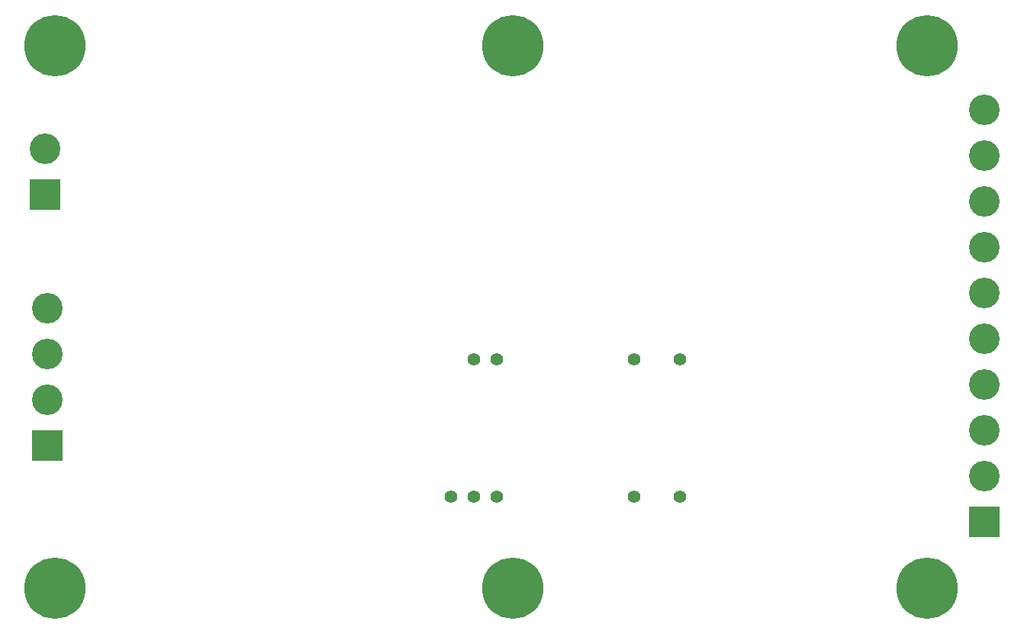
<source format=gbr>
G04 #@! TF.FileFunction,Soldermask,Bot*
%FSLAX46Y46*%
G04 Gerber Fmt 4.6, Leading zero omitted, Abs format (unit mm)*
G04 Created by KiCad (PCBNEW (2015-08-05 BZR 6055, Git fa29c62)-product) date 4/15/2016 12:47:28 PM*
%MOMM*%
G01*
G04 APERTURE LIST*
%ADD10C,0.100000*%
%ADD11C,6.800000*%
%ADD12R,3.400000X3.400000*%
%ADD13O,3.400000X3.400000*%
%ADD14C,3.400000*%
%ADD15C,1.400000*%
G04 APERTURE END LIST*
D10*
D11*
X82677000Y-110490000D03*
X82677000Y-50292000D03*
X128651000Y-110490000D03*
X128651000Y-50292000D03*
X31877000Y-50292000D03*
X31877000Y-110490000D03*
D12*
X30770000Y-66786000D03*
D13*
X30770000Y-61706000D03*
X135001000Y-57404000D03*
X135001000Y-62484000D03*
X135001000Y-72644000D03*
X135001000Y-77724000D03*
D14*
X135001000Y-82804000D03*
D13*
X135001000Y-67564000D03*
X135001000Y-87884000D03*
D12*
X135001000Y-103124000D03*
D13*
X135001000Y-98044000D03*
X135001000Y-92964000D03*
X31024000Y-79380000D03*
D12*
X31024000Y-94620000D03*
D13*
X31024000Y-89540000D03*
X31024000Y-84460000D03*
D15*
X75819000Y-100330000D03*
X96139000Y-85090000D03*
X80899000Y-85090000D03*
X80899000Y-100330000D03*
X96139000Y-100330000D03*
X78359000Y-85090000D03*
X101219000Y-85090000D03*
X101219000Y-100330000D03*
X78359000Y-100330000D03*
M02*

</source>
